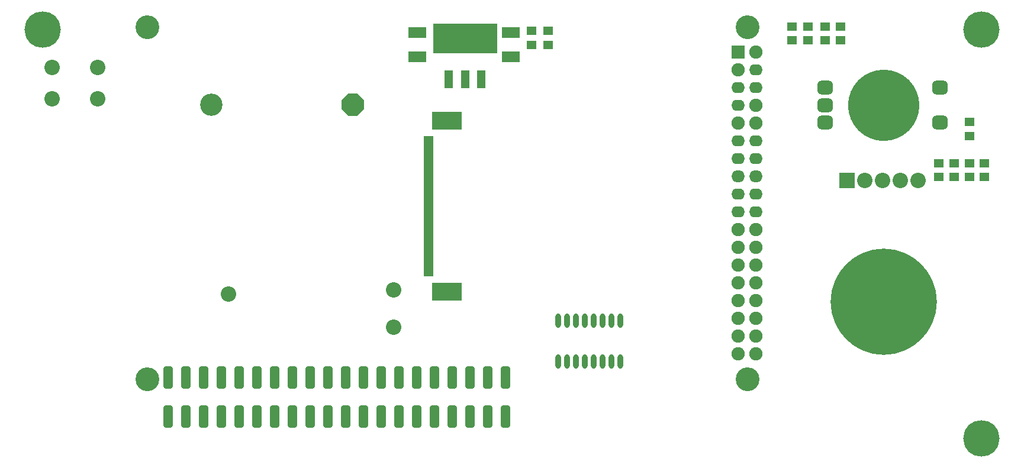
<source format=gbs>
G04*
G04 #@! TF.GenerationSoftware,Altium Limited,Altium Designer,21.0.6 (86)*
G04*
G04 Layer_Color=16711935*
%FSLAX25Y25*%
%MOIN*%
G70*
G04*
G04 #@! TF.SameCoordinates,573F4C1C-41E7-4716-BA84-A8DF11FC348D*
G04*
G04*
G04 #@! TF.FilePolarity,Negative*
G04*
G01*
G75*
%ADD13R,0.05721X0.04737*%
%ADD16C,0.08674*%
%ADD17R,0.08674X0.08674*%
%ADD18P,0.13650X8X202.5*%
%ADD19C,0.12611*%
%ADD20C,0.07493*%
%ADD21O,0.07493X0.06312*%
%ADD22O,0.07493X0.06706*%
%ADD23R,0.07493X0.07493*%
G04:AMPARAMS|DCode=24|XSize=78.87mil|YSize=86.74mil|CornerRadius=21.72mil|HoleSize=0mil|Usage=FLASHONLY|Rotation=270.000|XOffset=0mil|YOffset=0mil|HoleType=Round|Shape=RoundedRectangle|*
%AMROUNDEDRECTD24*
21,1,0.07887,0.04331,0,0,270.0*
21,1,0.03543,0.08674,0,0,270.0*
1,1,0.04343,-0.02165,-0.01772*
1,1,0.04343,-0.02165,0.01772*
1,1,0.04343,0.02165,0.01772*
1,1,0.04343,0.02165,-0.01772*
%
%ADD24ROUNDEDRECTD24*%
%ADD25C,0.40170*%
%ADD26C,0.20485*%
%ADD27C,0.13398*%
%ADD28C,0.59855*%
%ADD60R,0.17139X0.10249*%
%ADD61R,0.05721X0.01981*%
%ADD62O,0.03162X0.08083*%
G04:AMPARAMS|DCode=63|XSize=55.24mil|YSize=126.11mil|CornerRadius=15.81mil|HoleSize=0mil|Usage=FLASHONLY|Rotation=0.000|XOffset=0mil|YOffset=0mil|HoleType=Round|Shape=RoundedRectangle|*
%AMROUNDEDRECTD63*
21,1,0.05524,0.09449,0,0,0.0*
21,1,0.02362,0.12611,0,0,0.0*
1,1,0.03162,0.01181,-0.04724*
1,1,0.03162,-0.01181,-0.04724*
1,1,0.03162,-0.01181,0.04724*
1,1,0.03162,0.01181,0.04724*
%
%ADD63ROUNDEDRECTD63*%
%ADD64R,0.36233X0.16548*%
%ADD65R,0.04737X0.10249*%
%ADD66R,0.10249X0.06312*%
D13*
X524574Y167618D02*
D03*
Y159744D02*
D03*
X442224Y236713D02*
D03*
Y244587D02*
D03*
X286417Y242126D02*
D03*
Y234252D02*
D03*
X295866Y242126D02*
D03*
Y234252D02*
D03*
X533104Y182776D02*
D03*
Y190650D02*
D03*
Y159744D02*
D03*
Y167618D02*
D03*
X541634Y159744D02*
D03*
Y167618D02*
D03*
X516043Y159744D02*
D03*
Y167618D02*
D03*
X433268Y244587D02*
D03*
Y236713D02*
D03*
X451772Y244587D02*
D03*
Y236713D02*
D03*
X460630Y244587D02*
D03*
Y236713D02*
D03*
D16*
X504252Y157874D02*
D03*
X494252D02*
D03*
X474252D02*
D03*
X484252D02*
D03*
X16535Y221555D02*
D03*
Y203839D02*
D03*
X42126Y221555D02*
D03*
Y203839D02*
D03*
X209055Y75098D02*
D03*
Y96161D02*
D03*
X116043Y93799D02*
D03*
D17*
X464252Y157874D02*
D03*
D18*
X186030Y200295D02*
D03*
D19*
X106096D02*
D03*
D20*
X402854Y60276D02*
D03*
X412854D02*
D03*
Y70276D02*
D03*
X402854D02*
D03*
X412854Y80276D02*
D03*
X402854D02*
D03*
X412854Y90276D02*
D03*
X402854D02*
D03*
X412854Y100276D02*
D03*
X402854D02*
D03*
X412854Y110276D02*
D03*
X402854D02*
D03*
X412854Y120276D02*
D03*
X402854D02*
D03*
X412854Y130276D02*
D03*
X402854D02*
D03*
X412854Y190276D02*
D03*
X402854D02*
D03*
X412854Y200276D02*
D03*
X402854Y220276D02*
D03*
X412854Y230276D02*
D03*
D21*
Y140276D02*
D03*
X402854D02*
D03*
X412854Y150276D02*
D03*
X402854D02*
D03*
X412854Y170276D02*
D03*
X402854D02*
D03*
X412854Y180276D02*
D03*
X402854D02*
D03*
Y200276D02*
D03*
X412854Y210276D02*
D03*
X402854D02*
D03*
X412854Y220276D02*
D03*
D22*
Y160276D02*
D03*
X402854D02*
D03*
D23*
Y230276D02*
D03*
D24*
X451774Y210092D02*
D03*
Y200250D02*
D03*
Y190407D02*
D03*
X516734Y210092D02*
D03*
Y190407D02*
D03*
D25*
X484943Y200250D02*
D03*
D26*
X540050Y12307D02*
D03*
Y242913D02*
D03*
X11220D02*
D03*
D27*
X70153Y244276D02*
D03*
Y45776D02*
D03*
X408343D02*
D03*
Y244276D02*
D03*
D28*
X484915Y89472D02*
D03*
D60*
X239075Y191339D02*
D03*
Y95276D02*
D03*
D61*
X228445Y181693D02*
D03*
Y179724D02*
D03*
Y177756D02*
D03*
Y175787D02*
D03*
Y173819D02*
D03*
Y171850D02*
D03*
Y169882D02*
D03*
Y167913D02*
D03*
Y165945D02*
D03*
Y163976D02*
D03*
Y162008D02*
D03*
Y160039D02*
D03*
Y158071D02*
D03*
Y156102D02*
D03*
Y154134D02*
D03*
Y152165D02*
D03*
Y150197D02*
D03*
Y148228D02*
D03*
Y146260D02*
D03*
Y144291D02*
D03*
Y142323D02*
D03*
Y140354D02*
D03*
Y138386D02*
D03*
Y136417D02*
D03*
Y134449D02*
D03*
Y132480D02*
D03*
Y130512D02*
D03*
Y128543D02*
D03*
Y126575D02*
D03*
Y124606D02*
D03*
Y122638D02*
D03*
Y120669D02*
D03*
Y118701D02*
D03*
Y116732D02*
D03*
Y114764D02*
D03*
Y112795D02*
D03*
Y110827D02*
D03*
Y108858D02*
D03*
Y106890D02*
D03*
Y104921D02*
D03*
D62*
X301583Y78740D02*
D03*
X306583D02*
D03*
X311583D02*
D03*
X316583D02*
D03*
X321583D02*
D03*
X326583D02*
D03*
X331583D02*
D03*
X336583D02*
D03*
X301583Y55905D02*
D03*
X306583D02*
D03*
X311583D02*
D03*
X316583D02*
D03*
X321583D02*
D03*
X326583D02*
D03*
X331583D02*
D03*
X336583D02*
D03*
D63*
X181964Y24843D02*
D03*
X191964D02*
D03*
X201964D02*
D03*
X211964D02*
D03*
X221964D02*
D03*
X231964D02*
D03*
X241964D02*
D03*
X251964D02*
D03*
X261964D02*
D03*
X271964D02*
D03*
Y46654D02*
D03*
X261964D02*
D03*
X251964D02*
D03*
X241964D02*
D03*
X231964D02*
D03*
X221964D02*
D03*
X211964D02*
D03*
X201964D02*
D03*
X191964D02*
D03*
X181964D02*
D03*
X81949Y24843D02*
D03*
X91949D02*
D03*
X101949D02*
D03*
X111949D02*
D03*
X121949D02*
D03*
X131949D02*
D03*
X141949D02*
D03*
X151949D02*
D03*
X161949D02*
D03*
X171949D02*
D03*
Y46654D02*
D03*
X161949D02*
D03*
X151949D02*
D03*
X141949D02*
D03*
X131949D02*
D03*
X121949D02*
D03*
X111949D02*
D03*
X101949D02*
D03*
X91949D02*
D03*
X81949D02*
D03*
D64*
X249114Y237697D02*
D03*
D65*
X240059Y214862D02*
D03*
X249114D02*
D03*
X258169D02*
D03*
D66*
X222228Y227362D02*
D03*
Y241142D02*
D03*
X274803Y241142D02*
D03*
Y227362D02*
D03*
M02*

</source>
